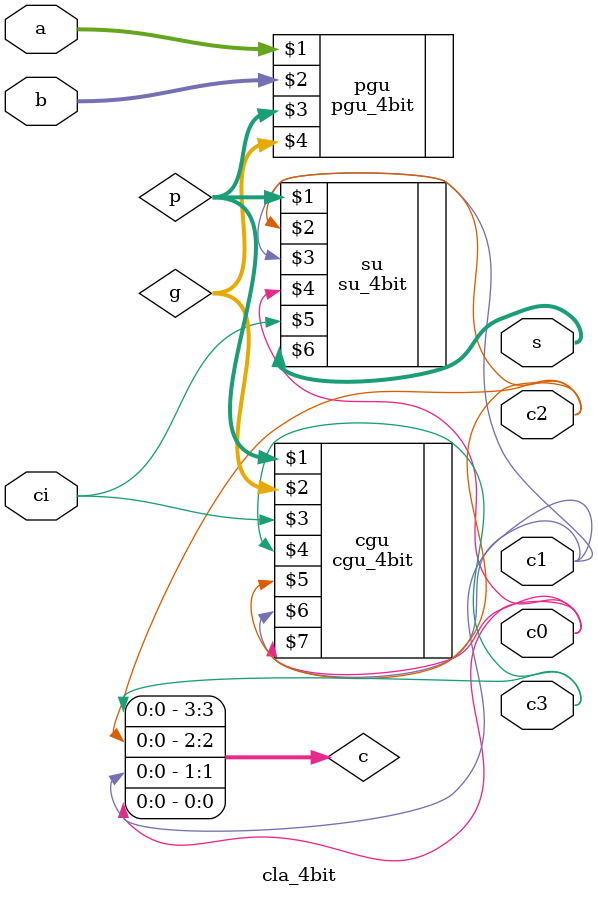
<source format=v>
`include "pgu_4bit.v"
`include "cgu_4bit.v"
`include "su_4bit.v"
module cla_4bit
(
	input [3:0] a, b,
	input ci,
	output [3:0] s,
	output c3, c2, c1, c0
);
wire [3:0] c, g, p;
assign c0 = c[0];
assign c1 = c[1];
assign c2 = c[2];
assign c3 = c[3];

pgu_4bit pgu(a, b, p, g);
cgu_4bit cgu(p, g, ci, c3, c2, c1, c0);
su_4bit su(p, c2, c1, c0, ci, s);

endmodule
</source>
